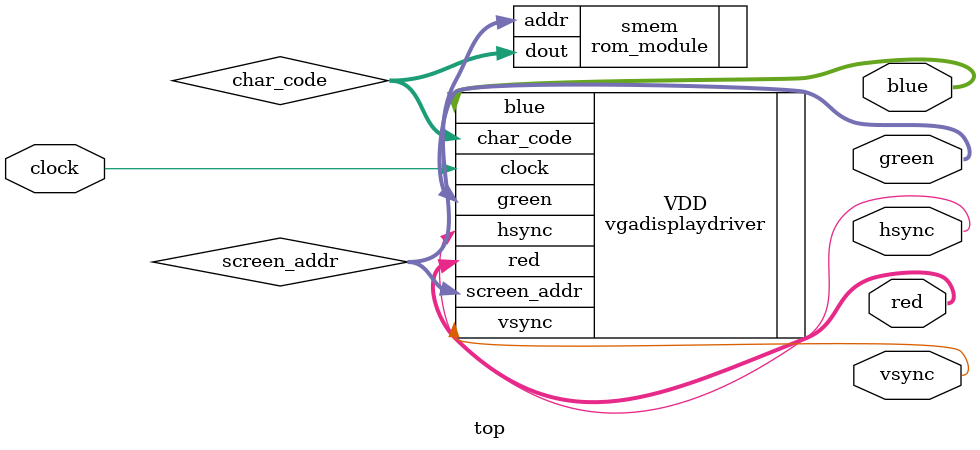
<source format=sv>
`timescale 1ns / 1ps
`default_nettype none


module top(
    input wire clock,
//    output wire char_code,
    output wire[3:0] red, green, blue,
    output wire hsync, vsync
    );
    
    localparam Nchar = 4;
    localparam Bmem = "bmem_screentest.mem";
    localparam Smem = "smem_screentest.mem";
    
    wire [$clog2(Nchar)-1 : 0] char_code;
    wire [10:0] screen_addr;
    
    vgadisplaydriver #(
        .Nchar(Nchar),
        .Bmem(Bmem)
    ) VDD(
        .clock(clock),
        .char_code(char_code),
        .red(red), .green(green), .blue(blue),
        .hsync(hsync), .vsync(vsync),
        .screen_addr(screen_addr)
    );
    
    rom_module #(
        .Nloc(1200),
        .Dbits($clog2(Nchar)),
        .initfile(Smem)
    ) smem(
        .addr(screen_addr),
        .dout(char_code)
    );
    
//    screenmem #(
//        .Nchar(Nchar),
//        .Smem(Smem)
//    ) SM(
//        .screen_addr(screen_addr),
//        .char_code(char_code)
//    );
    
    
endmodule

</source>
